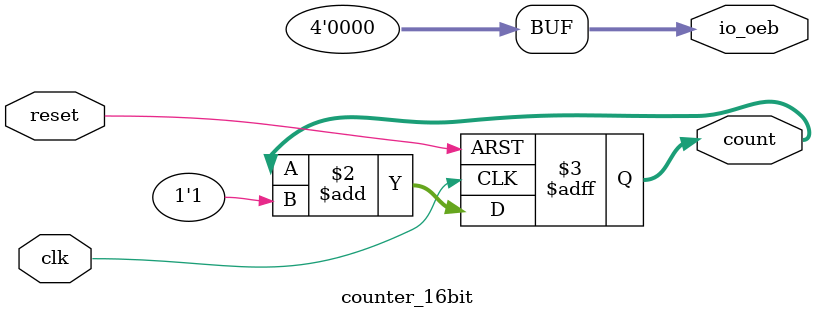
<source format=v>
`default_nettype none
module counter_16bit #(
       parameter BITS =32
) (
 `ifdef USE_POWER_PINS
    inout vccd1,
    inout vssd1,
    `endif
    input clk, 
    input reset,
    output [3:0] count,
    output [3:0] io_oeb
  );
    wire clk;
    wire reset;

    reg [3:0] count;
    reg [3:0] io_oeb;

    assign io_oeb = 4'b0000;

    always @(negedge clk or posedge reset )
         if (reset) 
              count <= 4'b0000;
         else
               count <= count + 1'b1;
endmodule // counter

</source>
